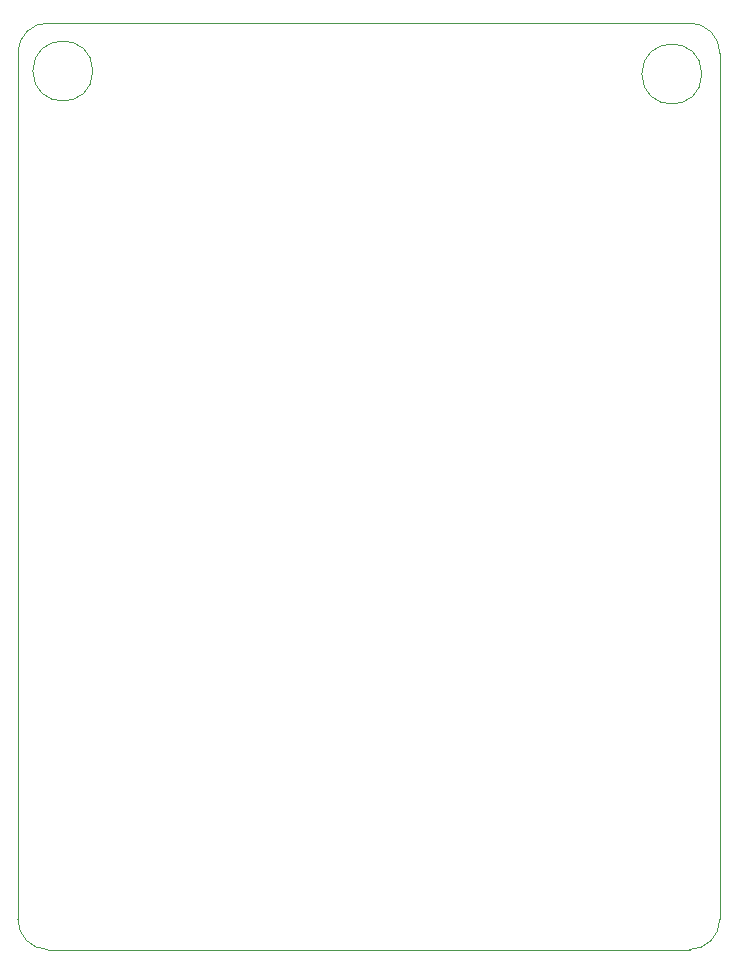
<source format=gm1>
G04 #@! TF.GenerationSoftware,KiCad,Pcbnew,8.99.0-unknown-bf16f757ed~178~ubuntu22.04.1*
G04 #@! TF.CreationDate,2024-04-23T09:45:43-07:00*
G04 #@! TF.ProjectId,rps_v4.0.0,7270735f-7634-42e3-902e-302e6b696361,rev?*
G04 #@! TF.SameCoordinates,PX6b4f310PY82524e0*
G04 #@! TF.FileFunction,Profile,NP*
%FSLAX46Y46*%
G04 Gerber Fmt 4.6, Leading zero omitted, Abs format (unit mm)*
G04 Created by KiCad (PCBNEW 8.99.0-unknown-bf16f757ed~178~ubuntu22.04.1) date 2024-04-23 09:45:43*
%MOMM*%
%LPD*%
G01*
G04 APERTURE LIST*
G04 #@! TA.AperFunction,Profile*
%ADD10C,0.050000*%
G04 #@! TD*
G04 #@! TA.AperFunction,Profile*
%ADD11C,0.100000*%
G04 #@! TD*
G04 APERTURE END LIST*
D10*
X1270001Y77116000D02*
X1269937Y3615025D01*
X3810000Y1056975D02*
G75*
G02*
X1270011Y3615025I18100J2558025D01*
G01*
D11*
X59182001Y75184000D02*
G75*
G02*
X54101093Y75184000I-2540454J0D01*
G01*
X54101093Y75184000D02*
G75*
G02*
X59182001Y75184000I2540454J0D01*
G01*
D10*
X60706184Y3627790D02*
X60705999Y76932000D01*
D11*
X7620001Y75438000D02*
G75*
G02*
X2539093Y75438000I-2540454J0D01*
G01*
X2539093Y75438000D02*
G75*
G02*
X7620001Y75438000I2540454J0D01*
G01*
D10*
X3810000Y1056975D02*
X58166000Y1056976D01*
X1270001Y77116000D02*
G75*
G02*
X3821013Y79506488I2550999J-165900D01*
G01*
X58147949Y79502027D02*
G75*
G02*
X60705999Y76932000I-49J-2558127D01*
G01*
X58147949Y79502027D02*
X3821013Y79506501D01*
X60706184Y3627790D02*
G75*
G02*
X58166000Y1057000I-2570984J10D01*
G01*
M02*

</source>
